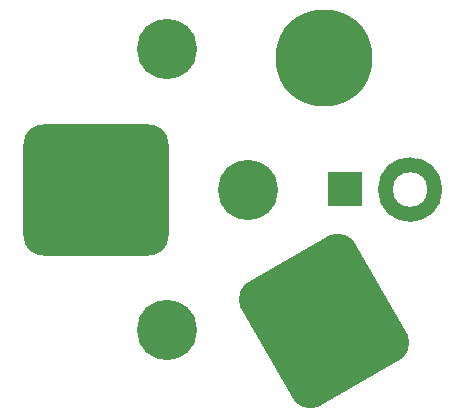
<source format=gbr>
G04 Layer_Color=8388736*
%FSLAX25Y25*%
%MOIN*%
%TF.FileFunction,Soldermask,Top*%
%TF.Part,Single*%
G01*
G75*
%ADD17C,0.04921*%
%ADD18R,0.11811X0.11811*%
%TA.AperFunction,ConnectorPad*%
%ADD19C,0.32283*%
%TA.AperFunction,ConnectorPad*%
G04:AMPARAMS|DCode=20|XSize=484.25mil|YSize=437.01mil|CornerRadius=66.93mil|HoleSize=0mil|Usage=FLASHONLY|Rotation=0.000|XOffset=0mil|YOffset=0mil|HoleType=Round|Shape=RoundedRectangle|*
%AMROUNDEDRECTD20*
21,1,0.48425,0.30315,0,0,0.0*
21,1,0.35039,0.43701,0,0,0.0*
1,1,0.13386,0.17520,-0.15157*
1,1,0.13386,-0.17520,-0.15157*
1,1,0.13386,-0.17520,0.15157*
1,1,0.13386,0.17520,0.15157*
%
%ADD20ROUNDEDRECTD20*%
%TA.AperFunction,ConnectorPad*%
G04:AMPARAMS|DCode=21|XSize=476.38mil|YSize=437.01mil|CornerRadius=66.93mil|HoleSize=0mil|Usage=FLASHONLY|Rotation=120.000|XOffset=0mil|YOffset=0mil|HoleType=Round|Shape=RoundedRectangle|*
%AMROUNDEDRECTD21*
21,1,0.47638,0.30315,0,0,120.0*
21,1,0.34252,0.43701,0,0,120.0*
1,1,0.13386,0.04564,0.22410*
1,1,0.13386,0.21690,-0.07253*
1,1,0.13386,-0.04564,-0.22410*
1,1,0.13386,-0.21690,0.07253*
%
%ADD21ROUNDEDRECTD21*%
%TA.AperFunction,ConnectorPad*%
%ADD22C,0.20079*%
D17*
X456004Y393701D02*
G03*
X456004Y393701I-8268J0D01*
G01*
D18*
X426094Y393905D02*
D03*
D19*
X418947Y437428D02*
D03*
D20*
X343209Y393701D02*
D03*
D21*
X418947Y349973D02*
D03*
D22*
X366683Y440497D02*
D03*
X366683Y346905D02*
D03*
X393701Y393701D02*
D03*
%TF.MD5,C5D16699914832D79FBC0CB7ED3DD0E6*%
M02*

</source>
